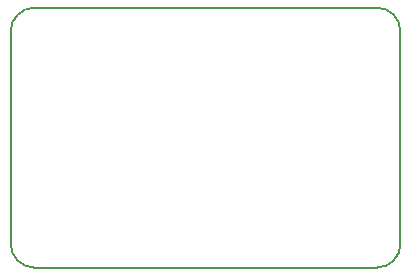
<source format=gm1>
G04 #@! TF.GenerationSoftware,KiCad,Pcbnew,5.0.2-bee76a0~70~ubuntu18.04.1*
G04 #@! TF.CreationDate,2020-01-17T08:49:31+02:00*
G04 #@! TF.ProjectId,nanoSense-Motion,4b656d65-742d-4424-9c45-2e6b69636164,rev?*
G04 #@! TF.SameCoordinates,Original*
G04 #@! TF.FileFunction,Profile,NP*
%FSLAX46Y46*%
G04 Gerber Fmt 4.6, Leading zero omitted, Abs format (unit mm)*
G04 Created by KiCad (PCBNEW 5.0.2-bee76a0~70~ubuntu18.04.1) date Fri 17 Jan 2020 08:49:31 AM EET*
%MOMM*%
%LPD*%
G01*
G04 APERTURE LIST*
%ADD10C,0.150000*%
G04 APERTURE END LIST*
D10*
X171550000Y-32700000D02*
G75*
G02X173550000Y-34700000I0J-2000000D01*
G01*
X140550000Y-34700000D02*
G75*
G02X142550000Y-32700000I2000000J0D01*
G01*
X142550000Y-54700000D02*
G75*
G02X140550000Y-52700000I0J2000000D01*
G01*
X173550000Y-52700000D02*
G75*
G02X171550000Y-54700000I-2000000J0D01*
G01*
X140550000Y-52700000D02*
X140550000Y-34700000D01*
X171550000Y-54700000D02*
X142550000Y-54700000D01*
X173550000Y-34700000D02*
X173550000Y-52700000D01*
X142550000Y-32700000D02*
X171550000Y-32700000D01*
M02*

</source>
